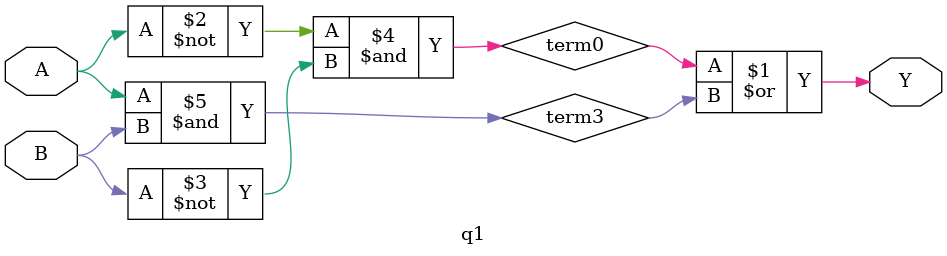
<source format=sv>
module q1 (output wire Y, input wire A, input wire B);

//Internal wires
wire term0;
wire term3;

//Continuous Assignment (order does not matter)
assign Y = term0 | term3;
assign term0 = ~A & ~B;
assign term3 = A & B;

endmodule

</source>
